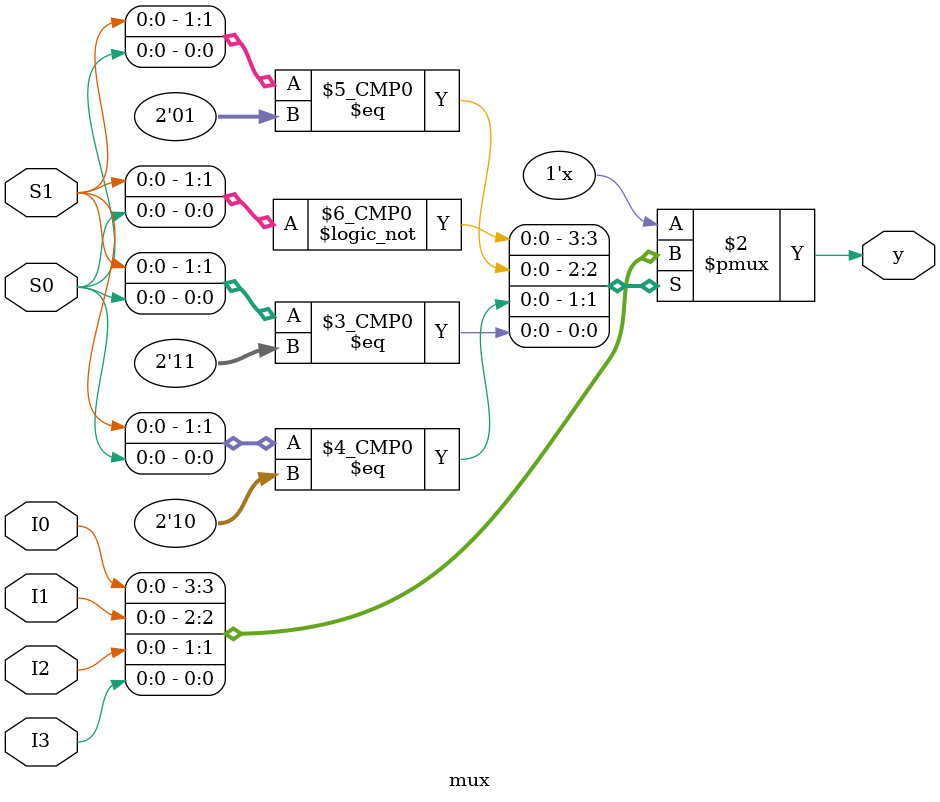
<source format=v>
module FAmux(a,b,c,sum,carry);
input a,b,c;
output sum,carry;
mux m1(c,~c,~c,c,a,b,sum);
mux m2(0,c,c,1,a,b,carry);
endmodule

module FAmuxtb;
reg a,b,c;
wire sum,carry;
FAmux test(a,b,c,sum,carry);
initial begin 
$monitor($time,": a=%b, b=%b, c=%b, sum=%b, carry=%b",a,b,c,sum,carry);
{a,b,c}=3'b000;
#10 {a,b,c}=3'b001;
#10 {a,b,c}=3'b010;
#10 {a,b,c}=3'b011;
#10 {a,b,c}=3'b100;
#10 {a,b,c}=3'b101;
#10 {a,b,c}=3'b110;
#10 {a,b,c}=3'b111;
#10 $stop;
end
endmodule

module mux(I0,I1,I2,I3,S1,S0,y);
input I0,I1,I2,I3,S1,S0;
output reg y;
always@(S0 or S1)
begin
case({S1,S0})
2'b00:y<=I0;
2'b01:y<=I1;
2'b10:y<=I2;
2'b11:y<=I3;
endcase
end
endmodule

</source>
